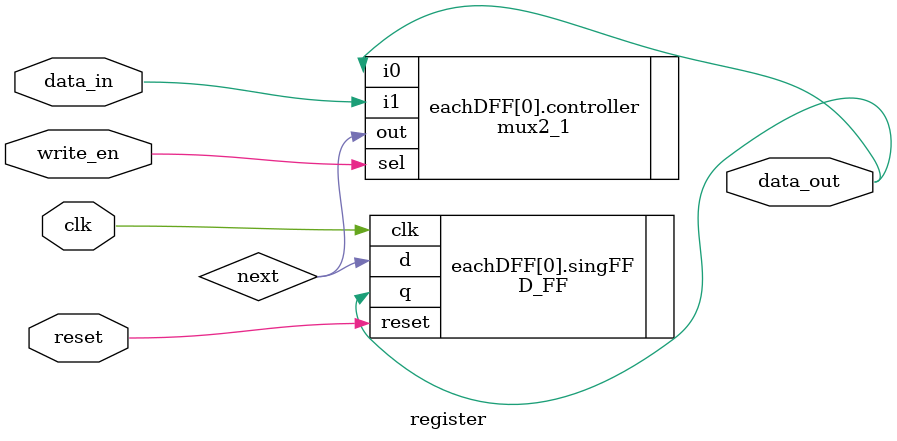
<source format=sv>
/*
    Duy Vuong
    EE 469

*/

// register to store information between stages
// different info will have different width
// instr -> width = 32
// register info -> width = 5
// data -> width = 64
// control logics -> width = 1

module register #(parameter width = 1) (data_out, data_in, write_en, reset, clk);
	output logic [width-1:0] data_out;
	input logic [width-1:0] data_in;
    input logic write_en;
	input logic clk;
	input logic reset;
	
	logic [width - 1:0] next;

	genvar i;
	generate
		for (i = 0; i < width; i++) begin : eachDFF
            mux2_1 controller (.out(next[i]), .i0(data_out[i]), .i1(data_in[i]), .sel(write_en));
            D_FF singFF (.q(data_out[i]), .d(next[i]), .reset(reset), .clk(clk));
		end
	endgenerate
endmodule


</source>
